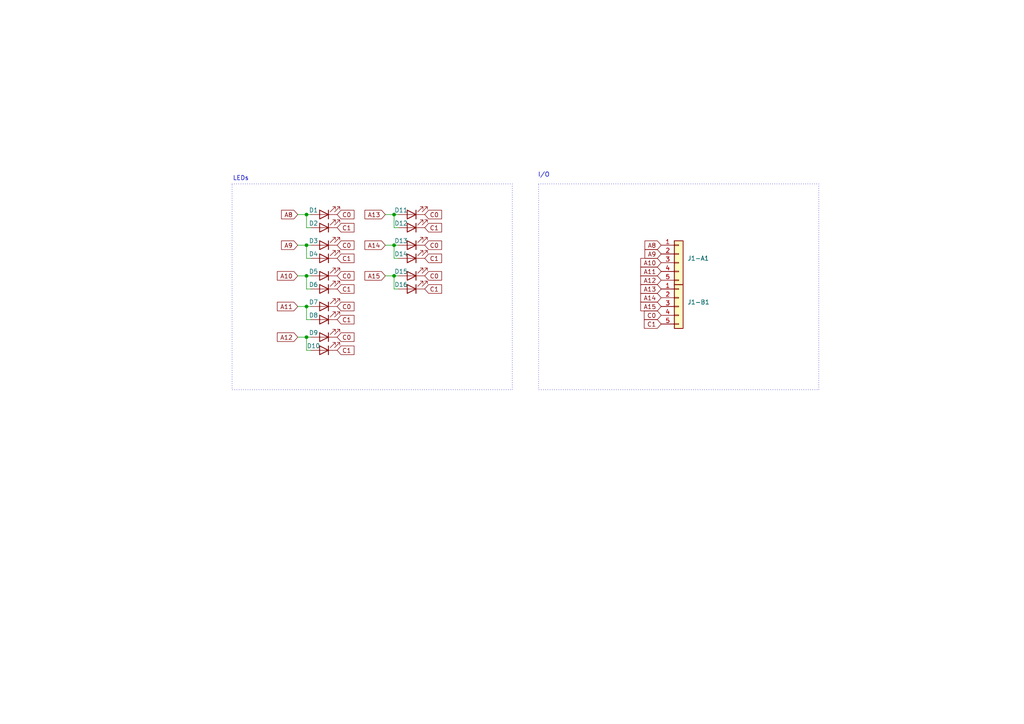
<source format=kicad_sch>
(kicad_sch (version 20231120) (generator "eeschema") (generator_version "8.0")
  (paper "A4")
  (lib_symbols
    (symbol "Connector_Generic:Conn_01x05" (pin_names (offset 1.016) hide)
      (property "Reference" "J" (at 0 7.62 0))
      (property "Value" "Conn_01x05" (at 0 -7.62 0))
      (symbol "Conn_01x05_1_1"
        (rectangle (start -1.27 -4.953) (end 0 -5.207) (stroke (width 0.1524)))
        (rectangle (start -1.27 -2.413) (end 0 -2.667) (stroke (width 0.1524)))
        (rectangle (start -1.27 0.127) (end 0 -0.127) (stroke (width 0.1524)))
        (rectangle (start -1.27 2.667) (end 0 2.413) (stroke (width 0.1524)))
        (rectangle (start -1.27 5.207) (end 0 4.953) (stroke (width 0.1524)))
        (rectangle (start -1.27 6.35) (end 1.27 -6.35) (stroke (width 0.254)) (fill (type background)))
        (pin passive line (at -5.08 5.08 0) (length 3.81) (name "Pin_1") (number "1"))
        (pin passive line (at -5.08 2.54 0) (length 3.81) (name "Pin_2") (number "2"))
        (pin passive line (at -5.08 0 0) (length 3.81) (name "Pin_3") (number "3"))
        (pin passive line (at -5.08 -2.54 0) (length 3.81) (name "Pin_4") (number "4"))
        (pin passive line (at -5.08 -5.08 0) (length 3.81) (name "Pin_5") (number "5"))
      )
    )
    (symbol "Device:LED" (pin_numbers hide) (pin_names (offset 1.016) hide)
      (property "Reference" "D" (at 0 2.54 0))
      (property "Value" "LED" (at 0 -2.54 0))
      (symbol "LED_0_1"
        (polyline (pts (xy -1.27 -1.27) (xy -1.27 1.27)) (stroke (width 0.254)))
        (polyline (pts (xy -1.27 0) (xy 1.27 0)))
        (polyline (pts (xy 1.27 -1.27) (xy 1.27 1.27) (xy -1.27 0) (xy 1.27 -1.27)) (stroke (width 0.254)))
        (polyline (pts (xy -3.048 -0.762) (xy -4.572 -2.286) (xy -3.81 -2.286) (xy -4.572 -2.286) (xy -4.572 -1.524)))
        (polyline (pts (xy -1.778 -0.762) (xy -3.302 -2.286) (xy -2.54 -2.286) (xy -3.302 -2.286) (xy -3.302 -1.524)))
      )
      (symbol "LED_1_1"
        (pin passive line (at -3.81 0 0) (length 2.54) (name "K") (number "1"))
        (pin passive line (at 3.81 0 180) (length 2.54) (name "A") (number "2"))
      )
    )
  )
  (junction (at 114.3 62.23))
  (junction (at 88.9 62.23))
  (junction (at 114.3 80.01))
  (junction (at 88.9 80.01))
  (junction (at 114.3 71.12))
  (junction (at 88.9 88.9))
  (junction (at 88.9 71.12))
  (junction (at 88.9 97.79))
  (wire (pts (xy 114.3 66.04) (xy 114.3 62.23)))
  (wire (pts (xy 88.9 62.23) (xy 86.36 62.23)))
  (wire (pts (xy 88.9 80.01) (xy 90.17 80.01)))
  (wire (pts (xy 88.9 97.79) (xy 86.36 97.79)))
  (wire (pts (xy 114.3 83.82) (xy 114.3 80.01)))
  (wire (pts (xy 114.3 74.93) (xy 114.3 71.12)))
  (wire (pts (xy 88.9 74.93) (xy 88.9 71.12)))
  (wire (pts (xy 90.17 74.93) (xy 88.9 74.93)))
  (wire (pts (xy 88.9 97.79) (xy 90.17 97.79)))
  (wire (pts (xy 114.3 80.01) (xy 111.76 80.01)))
  (wire (pts (xy 90.17 66.04) (xy 88.9 66.04)))
  (wire (pts (xy 90.17 92.71) (xy 88.9 92.71)))
  (wire (pts (xy 88.9 92.71) (xy 88.9 88.9)))
  (wire (pts (xy 114.3 71.12) (xy 115.57 71.12)))
  (wire (pts (xy 88.9 80.01) (xy 86.36 80.01)))
  (wire (pts (xy 115.57 83.82) (xy 114.3 83.82)))
  (wire (pts (xy 90.17 101.6) (xy 88.9 101.6)))
  (wire (pts (xy 115.57 74.93) (xy 114.3 74.93)))
  (wire (pts (xy 88.9 83.82) (xy 88.9 80.01)))
  (wire (pts (xy 88.9 62.23) (xy 90.17 62.23)))
  (wire (pts (xy 115.57 66.04) (xy 114.3 66.04)))
  (wire (pts (xy 88.9 66.04) (xy 88.9 62.23)))
  (wire (pts (xy 114.3 62.23) (xy 115.57 62.23)))
  (wire (pts (xy 114.3 80.01) (xy 115.57 80.01)))
  (wire (pts (xy 88.9 71.12) (xy 90.17 71.12)))
  (wire (pts (xy 88.9 88.9) (xy 86.36 88.9)))
  (wire (pts (xy 90.17 83.82) (xy 88.9 83.82)))
  (wire (pts (xy 88.9 101.6) (xy 88.9 97.79)))
  (wire (pts (xy 88.9 88.9) (xy 90.17 88.9)))
  (wire (pts (xy 114.3 71.12) (xy 111.76 71.12)))
  (wire (pts (xy 88.9 71.12) (xy 86.36 71.12)))
  (wire (pts (xy 114.3 62.23) (xy 111.76 62.23)))
  (rectangle (start 67.31 53.34) (end 148.59 113.03) (stroke (width 0) (type dot)))
  (rectangle (start 156.21 53.34) (end 237.49 113.03) (stroke (width 0) (type dot)))
  (text "I/O" (at 157.734 50.8 0) (effects (font (size 1.27 1.27))))
  (text "LEDs" (at 69.85 51.816 0) (effects (font (size 1.27 1.27))))
  (global_label "A10" (shape input) (at 86.36 80.01 180) (property "Intersheetrefs" "${INTERSHEET_REFS}" (effects (hide yes))))
  (global_label "A9" (shape input) (at 191.77 73.66 180) (property "Intersheetrefs" "${INTERSHEET_REFS}" (effects (hide yes))))
  (global_label "C1" (shape input) (at 123.19 66.04 0) (property "Intersheetrefs" "${INTERSHEET_REFS}" (effects (hide yes))))
  (global_label "A15" (shape input) (at 111.76 80.01 180) (property "Intersheetrefs" "${INTERSHEET_REFS}" (effects (hide yes))))
  (global_label "A8" (shape input) (at 86.36 62.23 180) (property "Intersheetrefs" "${INTERSHEET_REFS}" (effects (hide yes))))
  (global_label "A13" (shape input) (at 191.77 83.82 180) (property "Intersheetrefs" "${INTERSHEET_REFS}" (effects (hide yes))))
  (global_label "C1" (shape input) (at 97.79 74.93 0) (property "Intersheetrefs" "${INTERSHEET_REFS}" (effects (hide yes))))
  (global_label "C1" (shape input) (at 123.19 74.93 0) (property "Intersheetrefs" "${INTERSHEET_REFS}" (effects (hide yes))))
  (global_label "A15" (shape input) (at 191.77 88.9 180) (property "Intersheetrefs" "${INTERSHEET_REFS}" (effects (hide yes))))
  (global_label "C1" (shape input) (at 123.19 83.82 0) (property "Intersheetrefs" "${INTERSHEET_REFS}" (effects (hide yes))))
  (global_label "A12" (shape input) (at 191.77 81.28 180) (property "Intersheetrefs" "${INTERSHEET_REFS}" (effects (hide yes))))
  (global_label "A10" (shape input) (at 191.77 76.2 180) (property "Intersheetrefs" "${INTERSHEET_REFS}" (effects (hide yes))))
  (global_label "A9" (shape input) (at 86.36 71.12 180) (property "Intersheetrefs" "${INTERSHEET_REFS}" (effects (hide yes))))
  (global_label "C0" (shape input) (at 97.79 71.12 0) (property "Intersheetrefs" "${INTERSHEET_REFS}" (effects (hide yes))))
  (global_label "C1" (shape input) (at 97.79 92.71 0) (property "Intersheetrefs" "${INTERSHEET_REFS}" (effects (hide yes))))
  (global_label "C1" (shape input) (at 191.77 93.98 180) (property "Intersheetrefs" "${INTERSHEET_REFS}" (effects (hide yes))))
  (global_label "C0" (shape input) (at 191.77 91.44 180) (property "Intersheetrefs" "${INTERSHEET_REFS}" (effects (hide yes))))
  (global_label "C0" (shape input) (at 123.19 62.23 0) (property "Intersheetrefs" "${INTERSHEET_REFS}" (effects (hide yes))))
  (global_label "C0" (shape input) (at 97.79 80.01 0) (property "Intersheetrefs" "${INTERSHEET_REFS}" (effects (hide yes))))
  (global_label "C1" (shape input) (at 97.79 66.04 0) (property "Intersheetrefs" "${INTERSHEET_REFS}" (effects (hide yes))))
  (global_label "A11" (shape input) (at 86.36 88.9 180) (property "Intersheetrefs" "${INTERSHEET_REFS}" (effects (hide yes))))
  (global_label "C0" (shape input) (at 97.79 97.79 0) (property "Intersheetrefs" "${INTERSHEET_REFS}" (effects (hide yes))))
  (global_label "A14" (shape input) (at 111.76 71.12 180) (property "Intersheetrefs" "${INTERSHEET_REFS}" (effects (hide yes))))
  (global_label "A11" (shape input) (at 191.77 78.74 180) (property "Intersheetrefs" "${INTERSHEET_REFS}" (effects (hide yes))))
  (global_label "C0" (shape input) (at 123.19 71.12 0) (property "Intersheetrefs" "${INTERSHEET_REFS}" (effects (hide yes))))
  (global_label "C1" (shape input) (at 97.79 83.82 0) (property "Intersheetrefs" "${INTERSHEET_REFS}" (effects (hide yes))))
  (global_label "C0" (shape input) (at 97.79 62.23 0) (property "Intersheetrefs" "${INTERSHEET_REFS}" (effects (hide yes))))
  (global_label "A12" (shape input) (at 86.36 97.79 180) (property "Intersheetrefs" "${INTERSHEET_REFS}" (effects (hide yes))))
  (global_label "A14" (shape input) (at 191.77 86.36 180) (property "Intersheetrefs" "${INTERSHEET_REFS}" (effects (hide yes))))
  (global_label "C0" (shape input) (at 123.19 80.01 0) (property "Intersheetrefs" "${INTERSHEET_REFS}" (effects (hide yes))))
  (global_label "A13" (shape input) (at 111.76 62.23 180) (property "Intersheetrefs" "${INTERSHEET_REFS}" (effects (hide yes))))
  (global_label "A8" (shape input) (at 191.77 71.12 180) (property "Intersheetrefs" "${INTERSHEET_REFS}" (effects (hide yes))))
  (global_label "C0" (shape input) (at 97.79 88.9 0) (property "Intersheetrefs" "${INTERSHEET_REFS}" (effects (hide yes))))
  (global_label "C1" (shape input) (at 97.79 101.6 0) (property "Intersheetrefs" "${INTERSHEET_REFS}" (effects (hide yes))))
  (symbol (lib_id "Device:LED") (at 93.98 71.12 180) (unit 1)
    (property "Reference" "D3" (at 90.932 69.85 0))
    (property "Value" "LED" (effects (hide yes)))
    (property "Footprint" "LED_THT:LED_D5.0mm" (effects (hide yes)))
    (property "Description" "Light emitting diode" (effects (hide yes)))
  )
  (symbol (lib_id "Device:LED") (at 93.98 97.79 180) (unit 1)
    (property "Reference" "D9" (at 90.932 96.52 0))
    (property "Value" "LED" (effects (hide yes)))
    (property "Footprint" "LED_THT:LED_D5.0mm" (effects (hide yes)))
    (property "Description" "Light emitting diode" (effects (hide yes)))
  )
  (symbol (lib_id "Connector_Generic:Conn_01x05") (at 196.85 76.2 0) (unit 1)
    (property "Reference" "J1-A1" (at 199.39 74.9299 0) (effects (justify left)))
    (property "Value" "Conn_01x05" (effects (hide yes)))
    (property "Footprint" "Connector_PinHeader_2.54mm:PinHeader_1x05_P2.54mm_Vertical" (effects (hide yes)))
    (property "Description" "Generic connector, single row, 01x05, script generated (kicad-library-utils/schlib/autogen/connector/)" (effects (hide yes)))
  )
  (symbol (lib_id "Device:LED") (at 119.38 83.82 180) (unit 1)
    (property "Reference" "D16" (at 116.332 82.55 0))
    (property "Value" "LED" (effects (hide yes)))
    (property "Footprint" "LED_THT:LED_D5.0mm" (effects (hide yes)))
    (property "Description" "Light emitting diode" (effects (hide yes)))
  )
  (symbol (lib_id "Device:LED") (at 119.38 66.04 180) (unit 1)
    (property "Reference" "D12" (at 116.332 64.77 0))
    (property "Value" "LED" (effects (hide yes)))
    (property "Footprint" "LED_THT:LED_D5.0mm" (effects (hide yes)))
    (property "Description" "Light emitting diode" (effects (hide yes)))
  )
  (symbol (lib_id "Device:LED") (at 93.98 80.01 180) (unit 1)
    (property "Reference" "D5" (at 90.932 78.74 0))
    (property "Value" "LED" (effects (hide yes)))
    (property "Footprint" "LED_THT:LED_D5.0mm" (effects (hide yes)))
    (property "Description" "Light emitting diode" (effects (hide yes)))
  )
  (symbol (lib_id "Device:LED") (at 93.98 83.82 180) (unit 1)
    (property "Reference" "D6" (at 90.932 82.55 0))
    (property "Value" "LED" (effects (hide yes)))
    (property "Footprint" "LED_THT:LED_D5.0mm" (effects (hide yes)))
    (property "Description" "Light emitting diode" (effects (hide yes)))
  )
  (symbol (lib_id "Device:LED") (at 119.38 71.12 180) (unit 1)
    (property "Reference" "D13" (at 116.332 69.85 0))
    (property "Value" "LED" (effects (hide yes)))
    (property "Footprint" "LED_THT:LED_D5.0mm" (effects (hide yes)))
    (property "Description" "Light emitting diode" (effects (hide yes)))
  )
  (symbol (lib_id "Device:LED") (at 119.38 74.93 180) (unit 1)
    (property "Reference" "D14" (at 116.332 73.66 0))
    (property "Value" "LED" (effects (hide yes)))
    (property "Footprint" "LED_THT:LED_D5.0mm" (effects (hide yes)))
    (property "Description" "Light emitting diode" (effects (hide yes)))
  )
  (symbol (lib_id "Connector_Generic:Conn_01x05") (at 196.85 88.9 0) (unit 1)
    (property "Reference" "J1-B1" (at 199.39 87.6299 0) (effects (justify left)))
    (property "Value" "Conn_01x05" (effects (hide yes)))
    (property "Footprint" "Connector_PinHeader_2.54mm:PinHeader_1x05_P2.54mm_Vertical" (effects (hide yes)))
    (property "Description" "Generic connector, single row, 01x05, script generated (kicad-library-utils/schlib/autogen/connector/)" (effects (hide yes)))
  )
  (symbol (lib_id "Device:LED") (at 93.98 88.9 180) (unit 1)
    (property "Reference" "D7" (at 90.932 87.63 0))
    (property "Value" "LED" (effects (hide yes)))
    (property "Footprint" "LED_THT:LED_D5.0mm" (effects (hide yes)))
    (property "Description" "Light emitting diode" (effects (hide yes)))
  )
  (symbol (lib_id "Device:LED") (at 93.98 92.71 180) (unit 1)
    (property "Reference" "D8" (at 90.932 91.44 0))
    (property "Value" "LED" (effects (hide yes)))
    (property "Footprint" "LED_THT:LED_D5.0mm" (effects (hide yes)))
    (property "Description" "Light emitting diode" (effects (hide yes)))
  )
  (symbol (lib_id "Device:LED") (at 93.98 101.6 180) (unit 1)
    (property "Reference" "D10" (at 90.932 100.33 0))
    (property "Value" "LED" (effects (hide yes)))
    (property "Footprint" "LED_THT:LED_D5.0mm" (effects (hide yes)))
    (property "Description" "Light emitting diode" (effects (hide yes)))
  )
  (symbol (lib_id "Device:LED") (at 119.38 62.23 180) (unit 1)
    (property "Reference" "D11" (at 116.332 60.96 0))
    (property "Value" "LED" (effects (hide yes)))
    (property "Footprint" "LED_THT:LED_D5.0mm" (effects (hide yes)))
    (property "Description" "Light emitting diode" (effects (hide yes)))
  )
  (symbol (lib_id "Device:LED") (at 93.98 66.04 180) (unit 1)
    (property "Reference" "D2" (at 90.932 64.77 0))
    (property "Value" "LED" (effects (hide yes)))
    (property "Footprint" "LED_THT:LED_D5.0mm" (effects (hide yes)))
    (property "Description" "Light emitting diode" (effects (hide yes)))
  )
  (symbol (lib_id "Device:LED") (at 119.38 80.01 180) (unit 1)
    (property "Reference" "D15" (at 116.332 78.74 0))
    (property "Value" "LED" (effects (hide yes)))
    (property "Footprint" "LED_THT:LED_D5.0mm" (effects (hide yes)))
    (property "Description" "Light emitting diode" (effects (hide yes)))
  )
  (symbol (lib_id "Device:LED") (at 93.98 62.23 180) (unit 1)
    (property "Reference" "D1" (at 90.932 60.96 0))
    (property "Value" "LED" (effects (hide yes)))
    (property "Footprint" "LED_THT:LED_D5.0mm" (effects (hide yes)))
    (property "Description" "Light emitting diode" (effects (hide yes)))
  )
  (symbol (lib_id "Device:LED") (at 93.98 74.93 180) (unit 1)
    (property "Reference" "D4" (at 90.932 73.66 0))
    (property "Value" "LED" (effects (hide yes)))
    (property "Footprint" "LED_THT:LED_D5.0mm" (effects (hide yes)))
    (property "Description" "Light emitting diode" (effects (hide yes)))
  )
)
</source>
